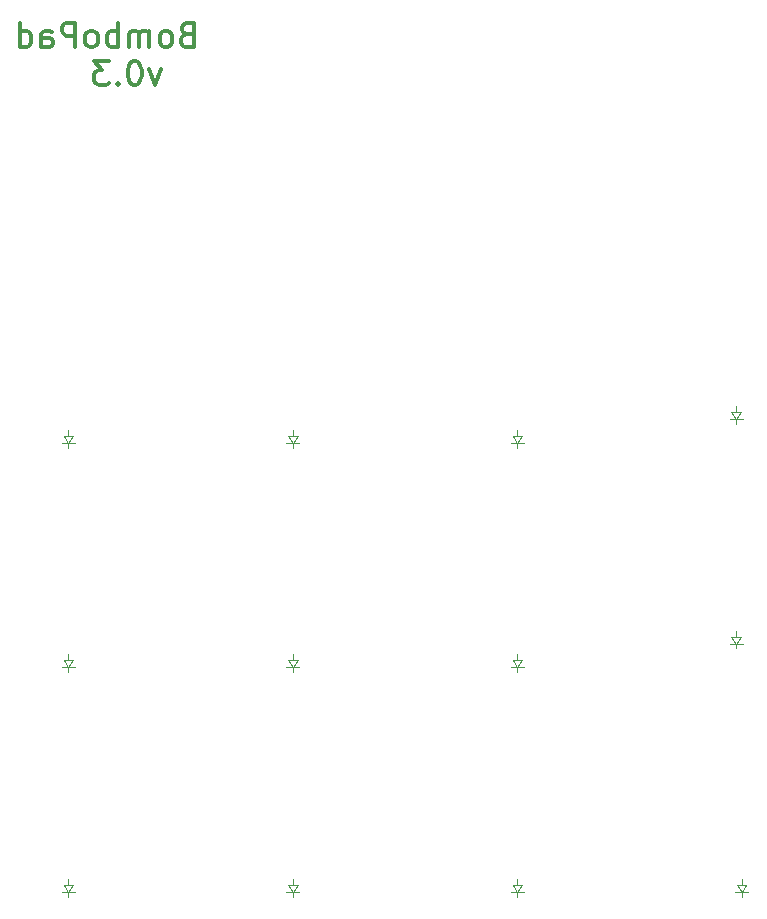
<source format=gbr>
%TF.GenerationSoftware,KiCad,Pcbnew,8.0.4*%
%TF.CreationDate,2024-09-01T19:46:58+02:00*%
%TF.ProjectId,bombopad,626f6d62-6f70-4616-942e-6b696361645f,v1.0.0*%
%TF.SameCoordinates,Original*%
%TF.FileFunction,Legend,Bot*%
%TF.FilePolarity,Positive*%
%FSLAX46Y46*%
G04 Gerber Fmt 4.6, Leading zero omitted, Abs format (unit mm)*
G04 Created by KiCad (PCBNEW 8.0.4) date 2024-09-01 19:46:58*
%MOMM*%
%LPD*%
G01*
G04 APERTURE LIST*
%ADD10C,0.300000*%
%ADD11C,0.100000*%
G04 APERTURE END LIST*
D10*
X50628174Y-19703731D02*
X50342460Y-19798969D01*
X50342460Y-19798969D02*
X50247222Y-19894207D01*
X50247222Y-19894207D02*
X50151984Y-20084683D01*
X50151984Y-20084683D02*
X50151984Y-20370397D01*
X50151984Y-20370397D02*
X50247222Y-20560873D01*
X50247222Y-20560873D02*
X50342460Y-20656112D01*
X50342460Y-20656112D02*
X50532936Y-20751350D01*
X50532936Y-20751350D02*
X51294841Y-20751350D01*
X51294841Y-20751350D02*
X51294841Y-18751350D01*
X51294841Y-18751350D02*
X50628174Y-18751350D01*
X50628174Y-18751350D02*
X50437698Y-18846588D01*
X50437698Y-18846588D02*
X50342460Y-18941826D01*
X50342460Y-18941826D02*
X50247222Y-19132302D01*
X50247222Y-19132302D02*
X50247222Y-19322778D01*
X50247222Y-19322778D02*
X50342460Y-19513254D01*
X50342460Y-19513254D02*
X50437698Y-19608492D01*
X50437698Y-19608492D02*
X50628174Y-19703731D01*
X50628174Y-19703731D02*
X51294841Y-19703731D01*
X49009127Y-20751350D02*
X49199603Y-20656112D01*
X49199603Y-20656112D02*
X49294841Y-20560873D01*
X49294841Y-20560873D02*
X49390079Y-20370397D01*
X49390079Y-20370397D02*
X49390079Y-19798969D01*
X49390079Y-19798969D02*
X49294841Y-19608492D01*
X49294841Y-19608492D02*
X49199603Y-19513254D01*
X49199603Y-19513254D02*
X49009127Y-19418016D01*
X49009127Y-19418016D02*
X48723412Y-19418016D01*
X48723412Y-19418016D02*
X48532936Y-19513254D01*
X48532936Y-19513254D02*
X48437698Y-19608492D01*
X48437698Y-19608492D02*
X48342460Y-19798969D01*
X48342460Y-19798969D02*
X48342460Y-20370397D01*
X48342460Y-20370397D02*
X48437698Y-20560873D01*
X48437698Y-20560873D02*
X48532936Y-20656112D01*
X48532936Y-20656112D02*
X48723412Y-20751350D01*
X48723412Y-20751350D02*
X49009127Y-20751350D01*
X47485317Y-20751350D02*
X47485317Y-19418016D01*
X47485317Y-19608492D02*
X47390079Y-19513254D01*
X47390079Y-19513254D02*
X47199603Y-19418016D01*
X47199603Y-19418016D02*
X46913888Y-19418016D01*
X46913888Y-19418016D02*
X46723412Y-19513254D01*
X46723412Y-19513254D02*
X46628174Y-19703731D01*
X46628174Y-19703731D02*
X46628174Y-20751350D01*
X46628174Y-19703731D02*
X46532936Y-19513254D01*
X46532936Y-19513254D02*
X46342460Y-19418016D01*
X46342460Y-19418016D02*
X46056746Y-19418016D01*
X46056746Y-19418016D02*
X45866269Y-19513254D01*
X45866269Y-19513254D02*
X45771031Y-19703731D01*
X45771031Y-19703731D02*
X45771031Y-20751350D01*
X44818650Y-20751350D02*
X44818650Y-18751350D01*
X44818650Y-19513254D02*
X44628174Y-19418016D01*
X44628174Y-19418016D02*
X44247221Y-19418016D01*
X44247221Y-19418016D02*
X44056745Y-19513254D01*
X44056745Y-19513254D02*
X43961507Y-19608492D01*
X43961507Y-19608492D02*
X43866269Y-19798969D01*
X43866269Y-19798969D02*
X43866269Y-20370397D01*
X43866269Y-20370397D02*
X43961507Y-20560873D01*
X43961507Y-20560873D02*
X44056745Y-20656112D01*
X44056745Y-20656112D02*
X44247221Y-20751350D01*
X44247221Y-20751350D02*
X44628174Y-20751350D01*
X44628174Y-20751350D02*
X44818650Y-20656112D01*
X42723412Y-20751350D02*
X42913888Y-20656112D01*
X42913888Y-20656112D02*
X43009126Y-20560873D01*
X43009126Y-20560873D02*
X43104364Y-20370397D01*
X43104364Y-20370397D02*
X43104364Y-19798969D01*
X43104364Y-19798969D02*
X43009126Y-19608492D01*
X43009126Y-19608492D02*
X42913888Y-19513254D01*
X42913888Y-19513254D02*
X42723412Y-19418016D01*
X42723412Y-19418016D02*
X42437697Y-19418016D01*
X42437697Y-19418016D02*
X42247221Y-19513254D01*
X42247221Y-19513254D02*
X42151983Y-19608492D01*
X42151983Y-19608492D02*
X42056745Y-19798969D01*
X42056745Y-19798969D02*
X42056745Y-20370397D01*
X42056745Y-20370397D02*
X42151983Y-20560873D01*
X42151983Y-20560873D02*
X42247221Y-20656112D01*
X42247221Y-20656112D02*
X42437697Y-20751350D01*
X42437697Y-20751350D02*
X42723412Y-20751350D01*
X41199602Y-20751350D02*
X41199602Y-18751350D01*
X41199602Y-18751350D02*
X40437697Y-18751350D01*
X40437697Y-18751350D02*
X40247221Y-18846588D01*
X40247221Y-18846588D02*
X40151983Y-18941826D01*
X40151983Y-18941826D02*
X40056745Y-19132302D01*
X40056745Y-19132302D02*
X40056745Y-19418016D01*
X40056745Y-19418016D02*
X40151983Y-19608492D01*
X40151983Y-19608492D02*
X40247221Y-19703731D01*
X40247221Y-19703731D02*
X40437697Y-19798969D01*
X40437697Y-19798969D02*
X41199602Y-19798969D01*
X38342459Y-20751350D02*
X38342459Y-19703731D01*
X38342459Y-19703731D02*
X38437697Y-19513254D01*
X38437697Y-19513254D02*
X38628173Y-19418016D01*
X38628173Y-19418016D02*
X39009126Y-19418016D01*
X39009126Y-19418016D02*
X39199602Y-19513254D01*
X38342459Y-20656112D02*
X38532935Y-20751350D01*
X38532935Y-20751350D02*
X39009126Y-20751350D01*
X39009126Y-20751350D02*
X39199602Y-20656112D01*
X39199602Y-20656112D02*
X39294840Y-20465635D01*
X39294840Y-20465635D02*
X39294840Y-20275159D01*
X39294840Y-20275159D02*
X39199602Y-20084683D01*
X39199602Y-20084683D02*
X39009126Y-19989445D01*
X39009126Y-19989445D02*
X38532935Y-19989445D01*
X38532935Y-19989445D02*
X38342459Y-19894207D01*
X36532935Y-20751350D02*
X36532935Y-18751350D01*
X36532935Y-20656112D02*
X36723411Y-20751350D01*
X36723411Y-20751350D02*
X37104364Y-20751350D01*
X37104364Y-20751350D02*
X37294840Y-20656112D01*
X37294840Y-20656112D02*
X37390078Y-20560873D01*
X37390078Y-20560873D02*
X37485316Y-20370397D01*
X37485316Y-20370397D02*
X37485316Y-19798969D01*
X37485316Y-19798969D02*
X37390078Y-19608492D01*
X37390078Y-19608492D02*
X37294840Y-19513254D01*
X37294840Y-19513254D02*
X37104364Y-19418016D01*
X37104364Y-19418016D02*
X36723411Y-19418016D01*
X36723411Y-19418016D02*
X36532935Y-19513254D01*
X48437697Y-22637904D02*
X47961507Y-23971238D01*
X47961507Y-23971238D02*
X47485316Y-22637904D01*
X46342459Y-21971238D02*
X46151982Y-21971238D01*
X46151982Y-21971238D02*
X45961506Y-22066476D01*
X45961506Y-22066476D02*
X45866268Y-22161714D01*
X45866268Y-22161714D02*
X45771030Y-22352190D01*
X45771030Y-22352190D02*
X45675792Y-22733142D01*
X45675792Y-22733142D02*
X45675792Y-23209333D01*
X45675792Y-23209333D02*
X45771030Y-23590285D01*
X45771030Y-23590285D02*
X45866268Y-23780761D01*
X45866268Y-23780761D02*
X45961506Y-23876000D01*
X45961506Y-23876000D02*
X46151982Y-23971238D01*
X46151982Y-23971238D02*
X46342459Y-23971238D01*
X46342459Y-23971238D02*
X46532935Y-23876000D01*
X46532935Y-23876000D02*
X46628173Y-23780761D01*
X46628173Y-23780761D02*
X46723411Y-23590285D01*
X46723411Y-23590285D02*
X46818649Y-23209333D01*
X46818649Y-23209333D02*
X46818649Y-22733142D01*
X46818649Y-22733142D02*
X46723411Y-22352190D01*
X46723411Y-22352190D02*
X46628173Y-22161714D01*
X46628173Y-22161714D02*
X46532935Y-22066476D01*
X46532935Y-22066476D02*
X46342459Y-21971238D01*
X44818649Y-23780761D02*
X44723411Y-23876000D01*
X44723411Y-23876000D02*
X44818649Y-23971238D01*
X44818649Y-23971238D02*
X44913887Y-23876000D01*
X44913887Y-23876000D02*
X44818649Y-23780761D01*
X44818649Y-23780761D02*
X44818649Y-23971238D01*
X44056744Y-21971238D02*
X42818649Y-21971238D01*
X42818649Y-21971238D02*
X43485316Y-22733142D01*
X43485316Y-22733142D02*
X43199601Y-22733142D01*
X43199601Y-22733142D02*
X43009125Y-22828380D01*
X43009125Y-22828380D02*
X42913887Y-22923619D01*
X42913887Y-22923619D02*
X42818649Y-23114095D01*
X42818649Y-23114095D02*
X42818649Y-23590285D01*
X42818649Y-23590285D02*
X42913887Y-23780761D01*
X42913887Y-23780761D02*
X43009125Y-23876000D01*
X43009125Y-23876000D02*
X43199601Y-23971238D01*
X43199601Y-23971238D02*
X43771030Y-23971238D01*
X43771030Y-23971238D02*
X43961506Y-23876000D01*
X43961506Y-23876000D02*
X44056744Y-23780761D01*
D11*
%TO.C,D5*%
X59228000Y-72692000D02*
X60028000Y-72692000D01*
X59628000Y-72692000D02*
X59628000Y-72192000D01*
X59628000Y-73292000D02*
X59078000Y-73292000D01*
X59628000Y-73292000D02*
X59228000Y-72692000D01*
X59628000Y-73292000D02*
X60178000Y-73292000D01*
X59628000Y-73692000D02*
X59628000Y-73292000D01*
X60028000Y-72692000D02*
X59628000Y-73292000D01*
%TO.C,D4*%
X59228000Y-91692000D02*
X60028000Y-91692000D01*
X59628000Y-91692000D02*
X59628000Y-91192000D01*
X59628000Y-92292000D02*
X59078000Y-92292000D01*
X59628000Y-92292000D02*
X59228000Y-91692000D01*
X59628000Y-92292000D02*
X60178000Y-92292000D01*
X59628000Y-92692000D02*
X59628000Y-92292000D01*
X60028000Y-91692000D02*
X59628000Y-92292000D01*
%TO.C,D8*%
X78228000Y-72692000D02*
X79028000Y-72692000D01*
X78628000Y-72692000D02*
X78628000Y-72192000D01*
X78628000Y-73292000D02*
X78078000Y-73292000D01*
X78628000Y-73292000D02*
X78228000Y-72692000D01*
X78628000Y-73292000D02*
X79178000Y-73292000D01*
X78628000Y-73692000D02*
X78628000Y-73292000D01*
X79028000Y-72692000D02*
X78628000Y-73292000D01*
%TO.C,D10*%
X97228000Y-91692000D02*
X98028000Y-91692000D01*
X97628000Y-91692000D02*
X97628000Y-91192000D01*
X97628000Y-92292000D02*
X97078000Y-92292000D01*
X97628000Y-92292000D02*
X97228000Y-91692000D01*
X97628000Y-92292000D02*
X98178000Y-92292000D01*
X97628000Y-92692000D02*
X97628000Y-92292000D01*
X98028000Y-91692000D02*
X97628000Y-92292000D01*
%TO.C,D6*%
X59228000Y-53692000D02*
X60028000Y-53692000D01*
X59628000Y-53692000D02*
X59628000Y-53192000D01*
X59628000Y-54292000D02*
X59078000Y-54292000D01*
X59628000Y-54292000D02*
X59228000Y-53692000D01*
X59628000Y-54292000D02*
X60178000Y-54292000D01*
X59628000Y-54692000D02*
X59628000Y-54292000D01*
X60028000Y-53692000D02*
X59628000Y-54292000D01*
%TO.C,D7*%
X78228000Y-91692000D02*
X79028000Y-91692000D01*
X78628000Y-91692000D02*
X78628000Y-91192000D01*
X78628000Y-92292000D02*
X78078000Y-92292000D01*
X78628000Y-92292000D02*
X78228000Y-91692000D01*
X78628000Y-92292000D02*
X79178000Y-92292000D01*
X78628000Y-92692000D02*
X78628000Y-92292000D01*
X79028000Y-91692000D02*
X78628000Y-92292000D01*
%TO.C,D9*%
X78228000Y-53692000D02*
X79028000Y-53692000D01*
X78628000Y-53692000D02*
X78628000Y-53192000D01*
X78628000Y-54292000D02*
X78078000Y-54292000D01*
X78628000Y-54292000D02*
X78228000Y-53692000D01*
X78628000Y-54292000D02*
X79178000Y-54292000D01*
X78628000Y-54692000D02*
X78628000Y-54292000D01*
X79028000Y-53692000D02*
X78628000Y-54292000D01*
%TO.C,D1*%
X40228000Y-91692000D02*
X41028000Y-91692000D01*
X40628000Y-91692000D02*
X40628000Y-91192000D01*
X40628000Y-92292000D02*
X40078000Y-92292000D01*
X40628000Y-92292000D02*
X40228000Y-91692000D01*
X40628000Y-92292000D02*
X41178000Y-92292000D01*
X40628000Y-92692000D02*
X40628000Y-92292000D01*
X41028000Y-91692000D02*
X40628000Y-92292000D01*
%TO.C,D11*%
X96755000Y-70692000D02*
X97555000Y-70692000D01*
X97155000Y-70692000D02*
X97155000Y-70192000D01*
X97155000Y-71292000D02*
X96605000Y-71292000D01*
X97155000Y-71292000D02*
X96755000Y-70692000D01*
X97155000Y-71292000D02*
X97705000Y-71292000D01*
X97155000Y-71692000D02*
X97155000Y-71292000D01*
X97555000Y-70692000D02*
X97155000Y-71292000D01*
%TO.C,D3*%
X40228000Y-53692000D02*
X41028000Y-53692000D01*
X40628000Y-53692000D02*
X40628000Y-53192000D01*
X40628000Y-54292000D02*
X40078000Y-54292000D01*
X40628000Y-54292000D02*
X40228000Y-53692000D01*
X40628000Y-54292000D02*
X41178000Y-54292000D01*
X40628000Y-54692000D02*
X40628000Y-54292000D01*
X41028000Y-53692000D02*
X40628000Y-54292000D01*
%TO.C,D12*%
X96755000Y-51692000D02*
X97555000Y-51692000D01*
X97155000Y-51692000D02*
X97155000Y-51192000D01*
X97155000Y-52292000D02*
X96605000Y-52292000D01*
X97155000Y-52292000D02*
X96755000Y-51692000D01*
X97155000Y-52292000D02*
X97705000Y-52292000D01*
X97155000Y-52692000D02*
X97155000Y-52292000D01*
X97555000Y-51692000D02*
X97155000Y-52292000D01*
%TO.C,D2*%
X40228000Y-72692000D02*
X41028000Y-72692000D01*
X40628000Y-72692000D02*
X40628000Y-72192000D01*
X40628000Y-73292000D02*
X40078000Y-73292000D01*
X40628000Y-73292000D02*
X40228000Y-72692000D01*
X40628000Y-73292000D02*
X41178000Y-73292000D01*
X40628000Y-73692000D02*
X40628000Y-73292000D01*
X41028000Y-72692000D02*
X40628000Y-73292000D01*
%TD*%
M02*

</source>
